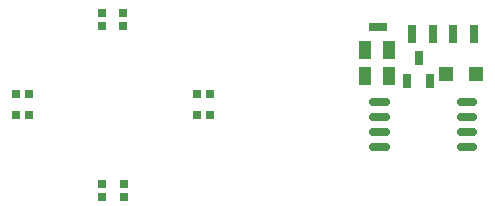
<source format=gtp>
G04 Layer: TopPasteMaskLayer*
G04 EasyEDA v6.4.20.5, 2021-09-11T17:11:42--7:00*
G04 59e5e42a4f444d7ea769f532c57b2946,1286d1f709c949e68cfeef46812bcf49,10*
G04 Gerber Generator version 0.2*
G04 Scale: 100 percent, Rotated: No, Reflected: No *
G04 Dimensions in millimeters *
G04 leading zeros omitted , absolute positions ,4 integer and 5 decimal *
%FSLAX45Y45*%
%MOMM*%

%ADD15C,0.6500*%
%ADD18R,1.2000X1.2000*%
%ADD19R,1.0000X1.5500*%
%ADD20R,0.7000X1.2500*%
%ADD21R,0.8000X1.6000*%
%ADD22R,1.6000X0.8000*%
%ADD23R,0.7000X0.7000*%

%LPD*%
D15*
X3442484Y1250518D02*
G01*
X3337486Y1250518D01*
X3442484Y1123518D02*
G01*
X3337486Y1123518D01*
X3442484Y996518D02*
G01*
X3337486Y996518D01*
X3442484Y869518D02*
G01*
X3337486Y869518D01*
X4182488Y1250518D02*
G01*
X4077489Y1250518D01*
X4182488Y1123518D02*
G01*
X4077489Y1123518D01*
X4182488Y996518D02*
G01*
X4077489Y996518D01*
X4182488Y869518D02*
G01*
X4077489Y869518D01*
D18*
G01*
X3950004Y1489989D03*
G01*
X4209999Y1489989D03*
D19*
G01*
X3269995Y1694992D03*
G01*
X3469995Y1694992D03*
D20*
G01*
X3627500Y1429994D03*
G01*
X3817493Y1429994D03*
G01*
X3722497Y1629994D03*
D21*
G01*
X3839997Y1829993D03*
G01*
X4015003Y1832482D03*
G01*
X4190009Y1829993D03*
D22*
G01*
X3380003Y1889988D03*
D21*
G01*
X3664991Y1829993D03*
D23*
G01*
X1952497Y1140993D03*
G01*
X1842490Y1140993D03*
G01*
X1842490Y1324000D03*
G01*
X1952497Y1324000D03*
G01*
X1040993Y449986D03*
G01*
X1040993Y559993D03*
G01*
X1224000Y559993D03*
G01*
X1224000Y449986D03*
G01*
X312496Y1324000D03*
G01*
X422503Y1324000D03*
G01*
X422503Y1140993D03*
G01*
X312496Y1140993D03*
G36*
X1186497Y2044997D02*
G01*
X1256499Y2044997D01*
X1256499Y1974994D01*
X1186497Y1974994D01*
G37*
G36*
X1186497Y1934994D02*
G01*
X1256499Y1934994D01*
X1256499Y1864992D01*
X1186497Y1864992D01*
G37*
G36*
X1003495Y1934994D02*
G01*
X1073497Y1934994D01*
X1073497Y1864992D01*
X1003495Y1864992D01*
G37*
G36*
X1003495Y2044997D02*
G01*
X1073497Y2044997D01*
X1073497Y1974994D01*
X1003495Y1974994D01*
G37*
D19*
G01*
X3269995Y1469999D03*
G01*
X3469995Y1469999D03*
M02*

</source>
